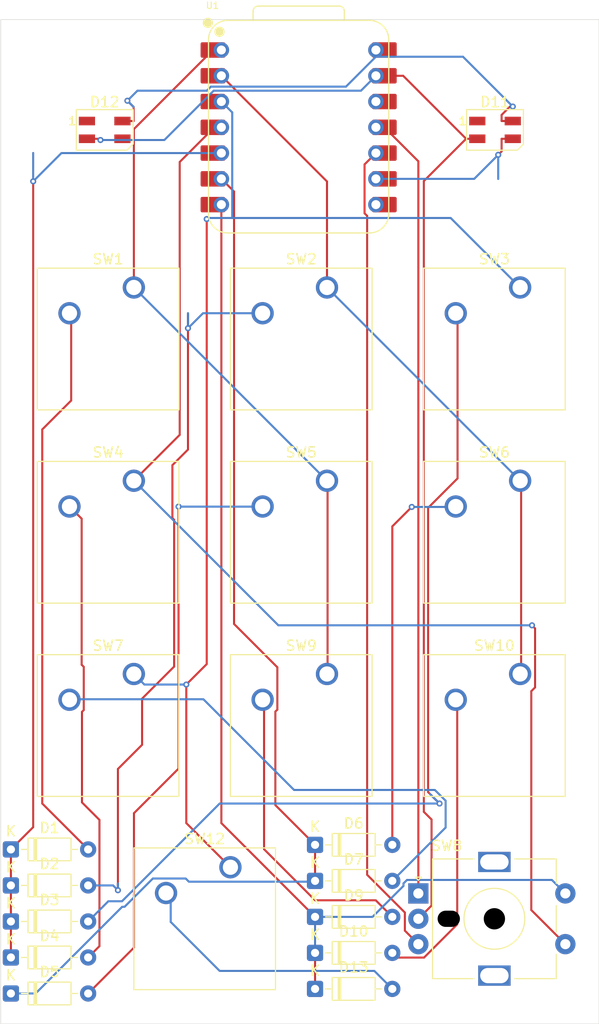
<source format=kicad_pcb>
(kicad_pcb (version 20241229) (generator "pcbnew") (generator_version "9.0")
  (layers (0 "F.Cu" signal) (2 "B.Cu" signal) (13 "F.Paste" user) (15 "B.Paste" user) (5 "F.SilkS" user "F.Silkscreen") (7 "B.SilkS" user "B.Silkscreen") (1 "F.Mask" user) (3 "B.Mask" user) (25 "Edge.Cuts" user))
  (net 0 "")
  (net 1 "COL1")
  (net 2 "Net-(D1-A)")
  (net 3 "Net-(D2-A)")
  (net 4 "Net-(D3-A)")
  (net 5 "Net-(D4-A)")
  (net 6 "COL2")
  (net 7 "Net-(D5-A)")
  (net 8 "Net-(D6-A)")
  (net 9 "Net-(D7-A)")
  (net 10 "COL3")
  (net 11 "Net-(D9-A)")
  (net 12 "Net-(D10-A)")
  (net 14 "GND")
  (net 15 "Net-(D11-DIN)")
  (net 16 "+5V")
  (net 19 "Net-(D13-A)")
  (net 20 "ROW1")
  (net 21 "ROW2")
  (net 22 "ROW3")
  (net 23 "ROW4")
  (net 24 "Net-(U1-GPIO3{slash}MOSI)")
  (net 25 "Net-(U1-GPIO4{slash}MISO)")
  (net 26 "unconnected-(U1-GPIO1{slash}RX-Pad8)")
  (net 27 "unconnected-(U1-3V3-Pad12)")
  (footprint "LED_SMD:LED_SK6812MINI_PLCC4_3.5x3.5mm_P1.75mm" (layer "F.Cu") (at 128.25 69.875)
    (property "Reference" "D12" (at 0 -2.75 0) (layer "F.SilkS"))
    (property "Value" "SK6812MINI")
    (fp_text user "1" (at -3.2 -0.875 0) (layer "F.SilkS") (effects (font (size 0.8 0.8))))
    (pad "1" smd rect (at -1.75 -0.875) (size 1.6 0.85) (layers "F.Cu" "F.Mask" "F.Paste"))
    (pad "2" smd rect (at -1.75 0.875) (size 1.6 0.85) (layers "F.Cu" "F.Mask" "F.Paste") (net 14 "GND"))
    (pad "3" smd rect (at 1.75 0.875) (size 1.6 0.85) (layers "F.Cu" "F.Mask" "F.Paste"))
    (pad "4" smd rect (at 1.75 -0.875) (size 1.6 0.85) (layers "F.Cu" "F.Mask" "F.Paste") (net 16 "+5V"))
  )
  (footprint "Diode_THT:D_DO-35_SOD27_P7.62mm_Horizontal" (layer "F.Cu") (at 149 140.35)
    (property "Reference" "D6" (at 3.81 -2.12 0) (layer "F.SilkS"))
    (property "Value" "1N4148")
    (fp_text user "K" (at 0 -1.8 0) (layer "F.SilkS"))
    (pad "1" thru_hole roundrect (at 0 0) (size 1.6 1.6) (drill 0.8) (layers "*.Cu" "*.Mask") (roundrect_rratio 0.15625) (net 6 "COL2"))
    (pad "2" thru_hole circle (at 7.62 0) (size 1.6 1.6) (drill 0.8) (layers "*.Cu" "*.Mask") (net 8 "Net-(D6-A)"))
  )
  (footprint "Diode_THT:D_DO-35_SOD27_P7.62mm_Horizontal" (layer "F.Cu") (at 149 143.9)
    (property "Reference" "D7" (at 3.81 -2.12 0) (layer "F.SilkS"))
    (property "Value" "1N4148")
    (fp_text user "K" (at 0 -1.8 0) (layer "F.SilkS"))
    (pad "1" thru_hole roundrect (at 0 0) (size 1.6 1.6) (drill 0.8) (layers "*.Cu" "*.Mask") (roundrect_rratio 0.15625) (net 6 "COL2"))
    (pad "2" thru_hole circle (at 7.62 0) (size 1.6 1.6) (drill 0.8) (layers "*.Cu" "*.Mask") (net 9 "Net-(D7-A)"))
  )
  (footprint "Button_Switch_Keyboard:SW_Cherry_MX_1.00u_PCB" (layer "F.Cu") (at 131.1275 85.4075)
    (property "Reference" "SW1" (at -2.54 -2.794 0) (layer "F.SilkS"))
    (property "Value" "SW_Push")
    (pad "" np_thru_hole circle (at -7.62 5.08) (size 1.7 1.7) (drill 1.7) (layers "*.Cu" "*.Mask"))
    (pad "" np_thru_hole circle (at -2.54 5.08) (size 4 4) (drill 4) (layers "*.Cu" "*.Mask"))
    (pad "" np_thru_hole circle (at 2.54 5.08) (size 1.7 1.7) (drill 1.7) (layers "*.Cu" "*.Mask"))
    (pad "1" thru_hole circle (at 0 0) (size 2.2 2.2) (drill 1.5) (layers "*.Cu" "*.Mask") (net 20 "ROW1"))
    (pad "2" thru_hole circle (at -6.35 2.54) (size 2.2 2.2) (drill 1.5) (layers "*.Cu" "*.Mask") (net 2 "Net-(D1-A)"))
  )
  (footprint "Diode_THT:D_DO-35_SOD27_P7.62mm_Horizontal" (layer "F.Cu") (at 119 155)
    (property "Reference" "D5" (at 3.81 -2.12 0) (layer "F.SilkS"))
    (property "Value" "1N4148")
    (fp_text user "K" (at 0 -1.8 0) (layer "F.SilkS"))
    (pad "1" thru_hole roundrect (at 0 0) (size 1.6 1.6) (drill 0.8) (layers "*.Cu" "*.Mask") (roundrect_rratio 0.15625) (net 6 "COL2"))
    (pad "2" thru_hole circle (at 7.62 0) (size 1.6 1.6) (drill 0.8) (layers "*.Cu" "*.Mask") (net 7 "Net-(D5-A)"))
  )
  (footprint "Button_Switch_Keyboard:SW_Cherry_MX_1.00u_PCB" (layer "F.Cu") (at 131.1275 123.5075)
    (property "Reference" "SW7" (at -2.54 -2.794 0) (layer "F.SilkS"))
    (property "Value" "SW_Push")
    (pad "" np_thru_hole circle (at -7.62 5.08) (size 1.7 1.7) (drill 1.7) (layers "*.Cu" "*.Mask"))
    (pad "" np_thru_hole circle (at -2.54 5.08) (size 4 4) (drill 4) (layers "*.Cu" "*.Mask"))
    (pad "" np_thru_hole circle (at 2.54 5.08) (size 1.7 1.7) (drill 1.7) (layers "*.Cu" "*.Mask"))
    (pad "1" thru_hole circle (at 0 0) (size 2.2 2.2) (drill 1.5) (layers "*.Cu" "*.Mask") (net 22 "ROW3"))
    (pad "2" thru_hole circle (at -6.35 2.54) (size 2.2 2.2) (drill 1.5) (layers "*.Cu" "*.Mask") (net 9 "Net-(D7-A)"))
  )
  (footprint "Diode_THT:D_DO-35_SOD27_P7.62mm_Horizontal" (layer "F.Cu") (at 149 154.55)
    (property "Reference" "D13" (at 3.81 -2.12 0) (layer "F.SilkS"))
    (property "Value" "1N4148")
    (fp_text user "K" (at 0 -1.8 0) (layer "F.SilkS"))
    (pad "1" thru_hole roundrect (at 0 0) (size 1.6 1.6) (drill 0.8) (layers "*.Cu" "*.Mask") (roundrect_rratio 0.15625) (net 10 "COL3"))
    (pad "2" thru_hole circle (at 7.62 0) (size 1.6 1.6) (drill 0.8) (layers "*.Cu" "*.Mask") (net 19 "Net-(D13-A)"))
  )
  (footprint "Button_Switch_Keyboard:SW_Cherry_MX_1.00u_PCB" (layer "F.Cu") (at 169.2275 85.4075)
    (property "Reference" "SW3" (at -2.54 -2.794 0) (layer "F.SilkS"))
    (property "Value" "SW_Push")
    (pad "" np_thru_hole circle (at -7.62 5.08) (size 1.7 1.7) (drill 1.7) (layers "*.Cu" "*.Mask"))
    (pad "" np_thru_hole circle (at -2.54 5.08) (size 4 4) (drill 4) (layers "*.Cu" "*.Mask"))
    (pad "" np_thru_hole circle (at 2.54 5.08) (size 1.7 1.7) (drill 1.7) (layers "*.Cu" "*.Mask"))
    (pad "1" thru_hole circle (at 0 0) (size 2.2 2.2) (drill 1.5) (layers "*.Cu" "*.Mask") (net 22 "ROW3"))
    (pad "2" thru_hole circle (at -6.35 2.54) (size 2.2 2.2) (drill 1.5) (layers "*.Cu" "*.Mask") (net 4 "Net-(D3-A)"))
  )
  (footprint "Button_Switch_Keyboard:SW_Cherry_MX_1.00u_PCB" (layer "F.Cu") (at 131.1275 104.4575)
    (property "Reference" "SW4" (at -2.54 -2.794 0) (layer "F.SilkS"))
    (property "Value" "SW_Push")
    (pad "" np_thru_hole circle (at -7.62 5.08) (size 1.7 1.7) (drill 1.7) (layers "*.Cu" "*.Mask"))
    (pad "" np_thru_hole circle (at -2.54 5.08) (size 4 4) (drill 4) (layers "*.Cu" "*.Mask"))
    (pad "" np_thru_hole circle (at 2.54 5.08) (size 1.7 1.7) (drill 1.7) (layers "*.Cu" "*.Mask"))
    (pad "1" thru_hole circle (at 0 0) (size 2.2 2.2) (drill 1.5) (layers "*.Cu" "*.Mask") (net 23 "ROW4"))
    (pad "2" thru_hole circle (at -6.35 2.54) (size 2.2 2.2) (drill 1.5) (layers "*.Cu" "*.Mask") (net 5 "Net-(D4-A)"))
  )
  (footprint "Button_Switch_Keyboard:SW_Cherry_MX_1.00u_PCB" (layer "F.Cu") (at 169.2275 104.4575)
    (property "Reference" "SW6" (at -2.54 -2.794 0) (layer "F.SilkS"))
    (property "Value" "SW_Push")
    (pad "" np_thru_hole circle (at -7.62 5.08) (size 1.7 1.7) (drill 1.7) (layers "*.Cu" "*.Mask"))
    (pad "" np_thru_hole circle (at -2.54 5.08) (size 4 4) (drill 4) (layers "*.Cu" "*.Mask"))
    (pad "" np_thru_hole circle (at 2.54 5.08) (size 1.7 1.7) (drill 1.7) (layers "*.Cu" "*.Mask"))
    (pad "1" thru_hole circle (at 0 0) (size 2.2 2.2) (drill 1.5) (layers "*.Cu" "*.Mask") (net 21 "ROW2"))
    (pad "2" thru_hole circle (at -6.35 2.54) (size 2.2 2.2) (drill 1.5) (layers "*.Cu" "*.Mask") (net 8 "Net-(D6-A)"))
  )
  (footprint "Diode_THT:D_DO-35_SOD27_P7.62mm_Horizontal" (layer "F.Cu") (at 119 147.9)
    (property "Reference" "D3" (at 3.81 -2.12 0) (layer "F.SilkS"))
    (property "Value" "1N4148")
    (fp_text user "K" (at 0 -1.8 0) (layer "F.SilkS"))
    (pad "1" thru_hole roundrect (at 0 0) (size 1.6 1.6) (drill 0.8) (layers "*.Cu" "*.Mask") (roundrect_rratio 0.15625) (net 1 "COL1"))
    (pad "2" thru_hole circle (at 7.62 0) (size 1.6 1.6) (drill 0.8) (layers "*.Cu" "*.Mask") (net 4 "Net-(D3-A)"))
  )
  (footprint "LED_SMD:LED_SK6812MINI_PLCC4_3.5x3.5mm_P1.75mm" (layer "F.Cu") (at 166.75 69.875)
    (property "Reference" "D11" (at 0 -2.75 0) (layer "F.SilkS"))
    (property "Value" "SK6812MINI")
    (fp_text user "1" (at -3.2 -0.875 0) (layer "F.SilkS") (effects (font (size 0.8 0.8))))
    (pad "1" smd rect (at -1.75 -0.875) (size 1.6 0.85) (layers "F.Cu" "F.Mask" "F.Paste"))
    (pad "2" smd rect (at -1.75 0.875) (size 1.6 0.85) (layers "F.Cu" "F.Mask" "F.Paste") (net 14 "GND"))
    (pad "3" smd rect (at 1.75 0.875) (size 1.6 0.85) (layers "F.Cu" "F.Mask" "F.Paste") (net 15 "Net-(D11-DIN)"))
    (pad "4" smd rect (at 1.75 -0.875) (size 1.6 0.85) (layers "F.Cu" "F.Mask" "F.Paste") (net 16 "+5V"))
  )
  (footprint "OPL:XIAO-RP2040-DIP" (layer "F.Cu") (at 147.38 69.62)
    (property "Reference" "U1" (at -8.5 -12 0) (layer "F.SilkS") (effects (font (size 0.635 0.635) (thickness 0.1016))))
    (property "Value" "XIAO-RP2040-DIP")
    (pad "1" smd roundrect (at -8.455 -7.62 180) (size 2.432 1.524) (layers "F.Cu" "F.Mask") (roundrect_rratio 0.1) (net 20 "ROW1"))
    (pad "1" thru_hole circle (at -7.62 -7.62 180) (size 1.524 1.524) (drill 0.889) (layers "*.Cu" "*.Mask") (net 20 "ROW1"))
    (pad "2" smd roundrect (at -8.455 -5.08 180) (size 2.432 1.524) (layers "F.Cu" "F.Mask") (roundrect_rratio 0.1) (net 21 "ROW2"))
    (pad "2" thru_hole circle (at -7.62 -5.08 180) (size 1.524 1.524) (drill 0.889) (layers "*.Cu" "*.Mask") (net 21 "ROW2"))
    (pad "3" smd roundrect (at -8.455 -2.54 180) (size 2.432 1.524) (layers "F.Cu" "F.Mask") (roundrect_rratio 0.1) (net 22 "ROW3"))
    (pad "3" thru_hole circle (at -7.62 -2.54 180) (size 1.524 1.524) (drill 0.889) (layers "*.Cu" "*.Mask") (net 22 "ROW3"))
    (pad "4" smd roundrect (at -8.455 0 180) (size 2.432 1.524) (layers "F.Cu" "F.Mask") (roundrect_rratio 0.1) (net 23 "ROW4"))
    (pad "4" thru_hole circle (at -7.62 0 180) (size 1.524 1.524) (drill 0.889) (layers "*.Cu" "*.Mask") (net 23 "ROW4"))
    (pad "5" smd roundrect (at -8.455 2.54 180) (size 2.432 1.524) (layers "F.Cu" "F.Mask") (roundrect_rratio 0.1) (net 1 "COL1"))
    (pad "5" thru_hole circle (at -7.62 2.54 180) (size 1.524 1.524) (drill 0.889) (layers "*.Cu" "*.Mask") (net 1 "COL1"))
    (pad "6" smd roundrect (at -8.455 5.08 180) (size 2.432 1.524) (layers "F.Cu" "F.Mask") (roundrect_rratio 0.1) (net 6 "COL2"))
    (pad "6" thru_hole circle (at -7.62 5.08 180) (size 1.524 1.524) (drill 0.889) (layers "*.Cu" "*.Mask") (net 6 "COL2"))
    (pad "7" smd roundrect (at -8.455 7.62 180) (size 2.432 1.524) (layers "F.Cu" "F.Mask") (roundrect_rratio 0.1) (net 10 "COL3"))
    (pad "7" thru_hole circle (at -7.62 7.62 180) (size 1.524 1.524) (drill 0.889) (layers "*.Cu" "*.Mask") (net 10 "COL3"))
    (pad "8" thru_hole circle (at 7.62 7.62) (size 1.524 1.524) (drill 0.889) (layers "*.Cu" "*.Mask") (net 26 "unconnected-(U1-GPIO1{slash}RX-Pad8)"))
    (pad "8" smd roundrect (at 8.455 7.62) (size 2.432 1.524) (layers "F.Cu" "F.Mask") (roundrect_rratio 0.1) (net 26 "unconnected-(U1-GPIO1{slash}RX-Pad8)"))
    (pad "9" thru_hole circle (at 7.62 5.08) (size 1.524 1.524) (drill 0.889) (layers "*.Cu" "*.Mask") (net 15 "Net-(D11-DIN)"))
    (pad "9" smd roundrect (at 8.455 5.08) (size 2.432 1.524) (layers "F.Cu" "F.Mask") (roundrect_rratio 0.1) (net 15 "Net-(D11-DIN)"))
    (pad "10" thru_hole circle (at 7.62 2.54) (size 1.524 1.524) (drill 0.889) (layers "*.Cu" "*.Mask") (net 25 "Net-(U1-GPIO4{slash}MISO)"))
    (pad "10" smd roundrect (at 8.455 2.54) (size 2.432 1.524) (layers "F.Cu" "F.Mask") (roundrect_rratio 0.1) (net 25 "Net-(U1-GPIO4{slash}MISO)"))
    (pad "11" thru_hole circle (at 7.62 0) (size 1.524 1.524) (drill 0.889) (layers "*.Cu" "*.Mask") (net 24 "Net-(U1-GPIO3{slash}MOSI)"))
    (pad "11" smd roundrect (at 8.455 0) (size 2.432 1.524) (layers "F.Cu" "F.Mask") (roundrect_rratio 0.1) (net 24 "Net-(U1-GPIO3{slash}MOSI)"))
    (pad "12" thru_hole circle (at 7.62 -2.54) (size 1.524 1.524) (drill 0.889) (layers "*.Cu" "*.Mask") (net 27 "unconnected-(U1-3V3-Pad12)"))
    (pad "12" smd roundrect (at 8.455 -2.54) (size 2.432 1.524) (layers "F.Cu" "F.Mask") (roundrect_rratio 0.1) (net 27 "unconnected-(U1-3V3-Pad12)"))
    (pad "13" thru_hole circle (at 7.62 -5.08) (size 1.524 1.524) (drill 0.889) (layers "*.Cu" "*.Mask") (net 14 "GND"))
    (pad "13" smd roundrect (at 8.455 -5.08) (size 2.432 1.524) (layers "F.Cu" "F.Mask") (roundrect_rratio 0.1) (net 14 "GND"))
    (pad "14" thru_hole circle (at 7.62 -7.62) (size 1.524 1.524) (drill 0.889) (layers "*.Cu" "*.Mask") (net 16 "+5V"))
    (pad "14" smd roundrect (at 8.455 -7.62) (size 2.432 1.524) (layers "F.Cu" "F.Mask") (roundrect_rratio 0.1) (net 16 "+5V"))
  )
  (footprint "Rotary_Encoder:RotaryEncoder_Alps_EC11E-Switch_Vertical_H20mm_MountingHoles" (layer "F.Cu") (at 159.1875 145.1375)
    (property "Reference" "SW8" (at 2.8 -4.7 0) (layer "F.SilkS"))
    (property "Value" "RotaryEncoder_Switch")
    (pad "" np_thru_hole oval (at 3 2.5) (size 2.2 1.6) (drill oval 2.2 1.6) (layers "*.Mask"))
    (pad "" np_thru_hole circle (at 7.5 2.5) (size 2.1 2.1) (drill 2.1) (layers "*.Mask"))
    (pad "A" thru_hole rect (at 0 0) (size 2 2) (drill 1) (layers "*.Cu" "*.Mask") (net 24 "Net-(U1-GPIO3{slash}MOSI)"))
    (pad "B" thru_hole circle (at 0 5) (size 2 2) (drill 1) (layers "*.Cu" "*.Mask") (net 25 "Net-(U1-GPIO4{slash}MISO)"))
    (pad "C" thru_hole circle (at 0 2.5) (size 2 2) (drill 1) (layers "*.Cu" "*.Mask") (net 14 "GND"))
    (pad "MP" thru_hole rect (at 7.5 -3.1) (size 3.2 2) (drill oval 2.8 1.5) (layers "*.Cu" "*.Mask"))
    (pad "MP" thru_hole rect (at 7.5 8.1) (size 3.2 2) (drill oval 2.8 1.5) (layers "*.Cu" "*.Mask"))
    (pad "S1" thru_hole circle (at 14.5 5) (size 2 2) (drill 1) (layers "*.Cu" "*.Mask") (net 23 "ROW4"))
    (pad "S2" thru_hole circle (at 14.5 0) (size 2 2) (drill 1) (layers "*.Cu" "*.Mask") (net 10 "COL3"))
  )
  (footprint "Diode_THT:D_DO-35_SOD27_P7.62mm_Horizontal" (layer "F.Cu") (at 119 140.8)
    (property "Reference" "D1" (at 3.81 -2.12 0) (layer "F.SilkS"))
    (property "Value" "1N4148")
    (fp_text user "K" (at 0 -1.8 0) (layer "F.SilkS"))
    (pad "1" thru_hole roundrect (at 0 0) (size 1.6 1.6) (drill 0.8) (layers "*.Cu" "*.Mask") (roundrect_rratio 0.15625) (net 1 "COL1"))
    (pad "2" thru_hole circle (at 7.62 0) (size 1.6 1.6) (drill 0.8) (layers "*.Cu" "*.Mask") (net 2 "Net-(D1-A)"))
  )
  (footprint "Diode_THT:D_DO-35_SOD27_P7.62mm_Horizontal" (layer "F.Cu") (at 149 151)
    (property "Reference" "D10" (at 3.81 -2.12 0) (layer "F.SilkS"))
    (property "Value" "1N4148")
    (fp_text user "K" (at 0 -1.8 0) (layer "F.SilkS"))
    (pad "1" thru_hole roundrect (at 0 0) (size 1.6 1.6) (drill 0.8) (layers "*.Cu" "*.Mask") (roundrect_rratio 0.15625) (net 10 "COL3"))
    (pad "2" thru_hole circle (at 7.62 0) (size 1.6 1.6) (drill 0.8) (layers "*.Cu" "*.Mask") (net 12 "Net-(D10-A)"))
  )
  (footprint "Diode_THT:D_DO-35_SOD27_P7.62mm_Horizontal" (layer "F.Cu") (at 149 147.45)
    (property "Reference" "D9" (at 3.81 -2.12 0) (layer "F.SilkS"))
    (property "Value" "1N4148")
    (fp_text user "K" (at 0 -1.8 0) (layer "F.SilkS"))
    (pad "1" thru_hole roundrect (at 0 0) (size 1.6 1.6) (drill 0.8) (layers "*.Cu" "*.Mask") (roundrect_rratio 0.15625) (net 10 "COL3"))
    (pad "2" thru_hole circle (at 7.62 0) (size 1.6 1.6) (drill 0.8) (layers "*.Cu" "*.Mask") (net 11 "Net-(D9-A)"))
  )
  (footprint "Button_Switch_Keyboard:SW_Cherry_MX_1.00u_PCB" (layer "F.Cu") (at 150.1775 123.5075)
    (property "Reference" "SW9" (at -2.54 -2.794 0) (layer "F.SilkS"))
    (property "Value" "SW_Push")
    (pad "" np_thru_hole circle (at -7.62 5.08) (size 1.7 1.7) (drill 1.7) (layers "*.Cu" "*.Mask"))
    (pad "" np_thru_hole circle (at -2.54 5.08) (size 4 4) (drill 4) (layers "*.Cu" "*.Mask"))
    (pad "" np_thru_hole circle (at 2.54 5.08) (size 1.7 1.7) (drill 1.7) (layers "*.Cu" "*.Mask"))
    (pad "1" thru_hole circle (at 0 0) (size 2.2 2.2) (drill 1.5) (layers "*.Cu" "*.Mask") (net 20 "ROW1"))
    (pad "2" thru_hole circle (at -6.35 2.54) (size 2.2 2.2) (drill 1.5) (layers "*.Cu" "*.Mask") (net 11 "Net-(D9-A)"))
  )
  (footprint "Button_Switch_Keyboard:SW_Cherry_MX_1.00u_PCB" (layer "F.Cu") (at 140.6525 142.5575)
    (property "Reference" "SW12" (at -2.54 -2.794 0) (layer "F.SilkS"))
    (property "Value" "SW_Push")
    (pad "" np_thru_hole circle (at -7.62 5.08) (size 1.7 1.7) (drill 1.7) (layers "*.Cu" "*.Mask"))
    (pad "" np_thru_hole circle (at -2.54 5.08) (size 4 4) (drill 4) (layers "*.Cu" "*.Mask"))
    (pad "" np_thru_hole circle (at 2.54 5.08) (size 1.7 1.7) (drill 1.7) (layers "*.Cu" "*.Mask"))
    (pad "1" thru_hole circle (at 0 0) (size 2.2 2.2) (drill 1.5) (layers "*.Cu" "*.Mask") (net 22 "ROW3"))
    (pad "2" thru_hole circle (at -6.35 2.54) (size 2.2 2.2) (drill 1.5) (layers "*.Cu" "*.Mask") (net 19 "Net-(D13-A)"))
  )
  (footprint "Button_Switch_Keyboard:SW_Cherry_MX_1.00u_PCB" (layer "F.Cu") (at 150.1775 85.4075)
    (property "Reference" "SW2" (at -2.54 -2.794 0) (layer "F.SilkS"))
    (property "Value" "SW_Push")
    (pad "" np_thru_hole circle (at -7.62 5.08) (size 1.7 1.7) (drill 1.7) (layers "*.Cu" "*.Mask"))
    (pad "" np_thru_hole circle (at -2.54 5.08) (size 4 4) (drill 4) (layers "*.Cu" "*.Mask"))
    (pad "" np_thru_hole circle (at 2.54 5.08) (size 1.7 1.7) (drill 1.7) (layers "*.Cu" "*.Mask"))
    (pad "1" thru_hole circle (at 0 0) (size 2.2 2.2) (drill 1.5) (layers "*.Cu" "*.Mask") (net 21 "ROW2"))
    (pad "2" thru_hole circle (at -6.35 2.54) (size 2.2 2.2) (drill 1.5) (layers "*.Cu" "*.Mask") (net 3 "Net-(D2-A)"))
  )
  (footprint "Button_Switch_Keyboard:SW_Cherry_MX_1.00u_PCB" (layer "F.Cu") (at 169.2275 123.5075)
    (property "Reference" "SW10" (at -2.54 -2.794 0) (layer "F.SilkS"))
    (property "Value" "SW_Push")
    (pad "" np_thru_hole circle (at -7.62 5.08) (size 1.7 1.7) (drill 1.7) (layers "*.Cu" "*.Mask"))
    (pad "" np_thru_hole circle (at -2.54 5.08) (size 4 4) (drill 4) (layers "*.Cu" "*.Mask"))
    (pad "" np_thru_hole circle (at 2.54 5.08) (size 1.7 1.7) (drill 1.7) (layers "*.Cu" "*.Mask"))
    (pad "1" thru_hole circle (at 0 0) (size 2.2 2.2) (drill 1.5) (layers "*.Cu" "*.Mask") (net 21 "ROW2"))
    (pad "2" thru_hole circle (at -6.35 2.54) (size 2.2 2.2) (drill 1.5) (layers "*.Cu" "*.Mask") (net 12 "Net-(D10-A)"))
  )
  (footprint "Diode_THT:D_DO-35_SOD27_P7.62mm_Horizontal" (layer "F.Cu") (at 119 151.45)
    (property "Reference" "D4" (at 3.81 -2.12 0) (layer "F.SilkS"))
    (property "Value" "1N4148")
    (fp_text user "K" (at 0 -1.8 0) (layer "F.SilkS"))
    (pad "1" thru_hole roundrect (at 0 0) (size 1.6 1.6) (drill 0.8) (layers "*.Cu" "*.Mask") (roundrect_rratio 0.15625) (net 1 "COL1"))
    (pad "2" thru_hole circle (at 7.62 0) (size 1.6 1.6) (drill 0.8) (layers "*.Cu" "*.Mask") (net 5 "Net-(D4-A)"))
  )
  (footprint "Diode_THT:D_DO-35_SOD27_P7.62mm_Horizontal" (layer "F.Cu") (at 119 144.35)
    (property "Reference" "D2" (at 3.81 -2.12 0) (layer "F.SilkS"))
    (property "Value" "1N4148")
    (fp_text user "K" (at 0 -1.8 0) (layer "F.SilkS"))
    (pad "1" thru_hole roundrect (at 0 0) (size 1.6 1.6) (drill 0.8) (layers "*.Cu" "*.Mask") (roundrect_rratio 0.15625) (net 1 "COL1"))
    (pad "2" thru_hole circle (at 7.62 0) (size 1.6 1.6) (drill 0.8) (layers "*.Cu" "*.Mask") (net 3 "Net-(D2-A)"))
  )
  (footprint "Button_Switch_Keyboard:SW_Cherry_MX_1.00u_PCB" (layer "F.Cu") (at 150.1775 104.4575)
    (property "Reference" "SW5" (at -2.54 -2.794 0) (layer "F.SilkS"))
    (property "Value" "SW_Push")
    (pad "" np_thru_hole circle (at -7.62 5.08) (size 1.7 1.7) (drill 1.7) (layers "*.Cu" "*.Mask"))
    (pad "" np_thru_hole circle (at -2.54 5.08) (size 4 4) (drill 4) (layers "*.Cu" "*.Mask"))
    (pad "" np_thru_hole circle (at 2.54 5.08) (size 1.7 1.7) (drill 1.7) (layers "*.Cu" "*.Mask"))
    (pad "1" thru_hole circle (at 0 0) (size 2.2 2.2) (drill 1.5) (layers "*.Cu" "*.Mask") (net 20 "ROW1"))
    (pad "2" thru_hole circle (at -6.35 2.54) (size 2.2 2.2) (drill 1.5) (layers "*.Cu" "*.Mask") (net 7 "Net-(D5-A)"))
  )
  (gr_rect (start 118 59) (end 177 158) (stroke (width 0.05)) (fill no) (layer "Edge.Cuts"))
  (segment (start 121.2001 74.9455) (end 121.2001 72.16) (width 0.2) (layer "F.Cu") (net 1))
  (segment (start 139.76 72.16) (end 138.925 72.16) (width 0.2) (layer "F.Cu") (net 1))
  (segment (start 121.2001 138.5999) (end 121.2001 74.9455) (width 0.2) (layer "F.Cu") (net 1))
  (segment (start 121.2001 72.16) (end 121.2001 74.9455) (width 0.2) (layer "F.Cu") (net 1))
  (segment (start 119 140.8) (end 119 141.9377) (width 0.2) (layer "F.Cu") (net 1))
  (segment (start 119 140.8) (end 121.2001 138.5999) (width 0.2) (layer "F.Cu") (net 1))
  (segment (start 119 142.5337) (end 119 142.575) (width 0.2) (layer "F.Cu") (net 1))
  (segment (start 119 151.45) (end 119 147.9) (width 0.2) (layer "F.Cu") (net 1))
  (segment (start 119 147.9) (end 119 144.35) (width 0.2) (layer "F.Cu") (net 1))
  (segment (start 119 142.575) (end 119 144.35) (width 0.2) (layer "F.Cu") (net 1))
  (segment (start 119 141.9377) (end 119 142.5337) (width 0.2) (layer "F.Cu") (net 1))
  (via (at 121.2001 74.9455) (size 0.6) (drill 0.3) (layers "F.Cu" "B.Cu") (net 1))
  (segment (start 123.9856 72.16) (end 139.76 72.16) (width 0.2) (layer "B.Cu") (net 1))
  (segment (start 121.2001 74.9455) (end 123.9856 72.16) (width 0.2) (layer "B.Cu") (net 1))
  (segment (start 121.2001 72.16) (end 121.2001 74.9455) (width 0.2) (layer "B.Cu") (net 1))
  (segment (start 121.2001 74.9455) (end 121.2001 72.16) (width 0.2) (layer "B.Cu") (net 1))
  (segment (start 122.0936 99.4036) (end 124.9488 96.5484) (width 0.2) (layer "F.Cu") (net 2))
  (segment (start 122.0936 136.2736) (end 122.0936 99.4036) (width 0.2) (layer "F.Cu") (net 2))
  (segment (start 124.9488 88.1188) (end 124.7775 87.9475) (width 0.2) (layer "F.Cu") (net 2))
  (segment (start 124.9488 96.5484) (end 124.9488 88.1188) (width 0.2) (layer "F.Cu") (net 2))
  (segment (start 126.62 140.8) (end 122.0936 136.2736) (width 0.2) (layer "F.Cu") (net 2))
  (segment (start 131.9407 125.9372) (end 135.1006 122.7773) (width 0.2) (layer "F.Cu") (net 3))
  (segment (start 134.9292 102.9234) (end 136.4658 101.3868) (width 0.2) (layer "F.Cu") (net 3))
  (segment (start 135.1006 108.3045) (end 134.9292 108.1331) (width 0.2) (layer "F.Cu") (net 3))
  (segment (start 129.5552 144.154) (end 129.5552 144.8233) (width 0.2) (layer "F.Cu") (net 3))
  (segment (start 136.4658 89.4256) (end 136.4658 87.9475) (width 0.2) (layer "F.Cu") (net 3))
  (segment (start 131.9407 130.4847) (end 131.9407 125.9372) (width 0.2) (layer "F.Cu") (net 3))
  (segment (start 136.4658 87.9475) (end 136.4658 89.4256) (width 0.2) (layer "F.Cu") (net 3))
  (segment (start 134.9292 108.1331) (end 134.9292 102.9234) (width 0.2) (layer "F.Cu") (net 3))
  (segment (start 136.4658 101.3868) (end 136.4658 89.4256) (width 0.2) (layer "F.Cu") (net 3))
  (segment (start 129.5552 144.8233) (end 129.5552 144.154) (width 0.2) (layer "F.Cu") (net 3))
  (segment (start 129.5552 144.8233) (end 129.5552 132.8702) (width 0.2) (layer "F.Cu") (net 3))
  (segment (start 135.1006 122.7773) (end 135.1006 108.3045) (width 0.2) (layer "F.Cu") (net 3))
  (segment (start 129.5552 132.8702) (end 131.9407 130.4847) (width 0.2) (layer "F.Cu") (net 3))
  (via (at 129.5552 144.8233) (size 0.6) (drill 0.3) (layers "F.Cu" "B.Cu") (net 3))
  (via (at 136.4658 89.4256) (size 0.6) (drill 0.3) (layers "F.Cu" "B.Cu") (net 3))
  (segment (start 129.5552 144.154) (end 129.5552 144.8233) (width 0.2) (layer "B.Cu") (net 3))
  (segment (start 129.0819 144.35) (end 129.5552 144.8233) (width 0.2) (layer "B.Cu") (net 3))
  (segment (start 136.4658 87.9475) (end 136.4658 89.4256) (width 0.2) (layer "B.Cu") (net 3))
  (segment (start 136.4658 89.4256) (end 137.9439 87.9475) (width 0.2) (layer "B.Cu") (net 3))
  (segment (start 136.4658 89.4256) (end 136.4658 87.9475) (width 0.2) (layer "B.Cu") (net 3))
  (segment (start 137.9439 87.9475) (end 143.8275 87.9475) (width 0.2) (layer "B.Cu") (net 3))
  (segment (start 129.5552 144.8233) (end 129.5552 144.154) (width 0.2) (layer "B.Cu") (net 3))
  (segment (start 126.62 144.35) (end 129.0819 144.35) (width 0.2) (layer "B.Cu") (net 3))
  (segment (start 161.2747 136.2764) (end 160.3616 135.3633) (width 0.2) (layer "F.Cu") (net 4))
  (segment (start 161.2747 136.2764) (end 160.1509 135.1526) (width 0.2) (layer "F.Cu") (net 4))
  (segment (start 163.0533 104.2287) (end 163.0533 88.1233) (width 0.2) (layer "F.Cu") (net 4))
  (segment (start 160.1509 135.1526) (end 160.1509 107.1311) (width 0.2) (layer "F.Cu") (net 4))
  (segment (start 160.3616 135.3633) (end 161.2747 136.2764) (width 0.2) (layer "F.Cu") (net 4))
  (segment (start 163.0533 88.1233) (end 162.8775 87.9475) (width 0.2) (layer "F.Cu") (net 4))
  (segment (start 160.1509 107.1311) (end 163.0533 104.2287) (width 0.2) (layer "F.Cu") (net 4))
  (via (at 161.2747 136.2764) (size 0.6) (drill 0.3) (layers "F.Cu" "B.Cu") (net 4))
  (segment (start 161.2747 136.2764) (end 139.5895 136.2764) (width 0.2) (layer "B.Cu") (net 4))
  (segment (start 139.5895 136.2764) (end 129.954 145.9119) (width 0.2) (layer "B.Cu") (net 4))
  (segment (start 129.954 145.9119) (end 128.6081 145.9119) (width 0.2) (layer "B.Cu") (net 4))
  (segment (start 161.2747 136.2764) (end 160.3616 135.3633) (width 0.2) (layer "B.Cu") (net 4))
  (segment (start 128.6081 145.9119) (end 126.62 147.9) (width 0.2) (layer "B.Cu") (net 4))
  (segment (start 160.3616 135.3633) (end 161.2747 136.2764) (width 0.2) (layer "B.Cu") (net 4))
  (segment (start 126.0103 127.2393) (end 126.0103 136.1635) (width 0.2) (layer "F.Cu") (net 5))
  (segment (start 127.734 150.336) (end 126.62 151.45) (width 0.2) (layer "F.Cu") (net 5))
  (segment (start 126.1841 122.8011) (end 126.1841 127.0655) (width 0.2) (layer "F.Cu") (net 5))
  (segment (start 125.9775 108.1975) (end 125.9775 122.5945) (width 0.2) (layer "F.Cu") (net 5))
  (segment (start 124.7775 106.9975) (end 125.9775 108.1975) (width 0.2) (layer "F.Cu") (net 5))
  (segment (start 125.9775 122.5945) (end 126.1841 122.8011) (width 0.2) (layer "F.Cu") (net 5))
  (segment (start 126.1841 127.0655) (end 126.0103 127.2393) (width 0.2) (layer "F.Cu") (net 5))
  (segment (start 127.734 137.8872) (end 127.734 150.336) (width 0.2) (layer "F.Cu") (net 5))
  (segment (start 126.0103 136.1635) (end 127.734 137.8872) (width 0.2) (layer "F.Cu") (net 5))
  (segment (start 149 143.9) (end 149 140.35) (width 0.2) (layer "F.Cu") (net 6))
  (segment (start 145.085 127.2146) (end 145.2817 127.0179) (width 0.2) (layer "F.Cu") (net 6))
  (segment (start 141.0103 75.9503) (end 139.76 74.7) (width 0.2) (layer "F.Cu") (net 6))
  (segment (start 145.2817 122.8487) (end 141.0103 118.5773) (width 0.2) (layer "F.Cu") (net 6))
  (segment (start 141.0103 118.5773) (end 141.0103 75.9503) (width 0.2) (layer "F.Cu") (net 6))
  (segment (start 149 140.35) (end 145.085 136.435) (width 0.2) (layer "F.Cu") (net 6))
  (segment (start 145.2817 127.0179) (end 145.2817 122.8487) (width 0.2) (layer "F.Cu") (net 6))
  (segment (start 145.085 136.435) (end 145.085 127.2146) (width 0.2) (layer "F.Cu") (net 6))
  (segment (start 138.925 74.7) (end 139.76 74.7) (width 0.2) (layer "F.Cu") (net 6))
  (segment (start 136.2387 143.6682) (end 136.5497 143.9792) (width 0.2) (layer "B.Cu") (net 6))
  (segment (start 119 155) (end 121.4318 155) (width 0.2) (layer "B.Cu") (net 6))
  (segment (start 132.999 143.6682) (end 136.2387 143.6682) (width 0.2) (layer "B.Cu") (net 6))
  (segment (start 136.5497 143.9792) (end 148.9208 143.9792) (width 0.2) (layer "B.Cu") (net 6))
  (segment (start 130.212 146.4552) (end 132.999 143.6682) (width 0.2) (layer "B.Cu") (net 6))
  (segment (start 121.4318 155) (end 129.9766 146.4552) (width 0.2) (layer "B.Cu") (net 6))
  (segment (start 129.9766 146.4552) (end 130.212 146.4552) (width 0.2) (layer "B.Cu") (net 6))
  (segment (start 148.9208 143.9792) (end 149 143.9) (width 0.2) (layer "B.Cu") (net 6))
  (segment (start 131.1377 150.4823) (end 131.1377 137.2294) (width 0.2) (layer "F.Cu") (net 7))
  (segment (start 131.1377 137.2294) (end 135.5336 132.8335) (width 0.2) (layer "F.Cu") (net 7))
  (segment (start 126.62 155) (end 131.1377 150.4823) (width 0.2) (layer "F.Cu") (net 7))
  (segment (start 135.5336 132.8335) (end 135.5336 107.0094) (width 0.2) (layer "F.Cu") (net 7))
  (via (at 135.5336 107.0094) (size 0.6) (drill 0.3) (layers "F.Cu" "B.Cu") (net 7))
  (segment (start 135.5336 107.0094) (end 143.8156 107.0094) (width 0.2) (layer "B.Cu") (net 7))
  (segment (start 143.8156 107.0094) (end 143.8275 106.9975) (width 0.2) (layer "B.Cu") (net 7))
  (segment (start 156.62 140.35) (end 156.62 108.9585) (width 0.2) (layer "F.Cu") (net 8))
  (segment (start 156.62 108.9585) (end 158.5629 107.0156) (width 0.2) (layer "F.Cu") (net 8))
  (segment (start 158.5629 107.0156) (end 158.5383 107.0402) (width 0.2) (layer "F.Cu") (net 8))
  (via (at 158.5383 107.0402) (size 0.6) (drill 0.3) (layers "F.Cu" "B.Cu") (net 8))
  (segment (start 158.5367 107.0402) (end 158.5383 107.0402) (width 0.2) (layer "B.Cu") (net 8))
  (segment (start 162.8348 107.0402) (end 162.8775 106.9975) (width 0.2) (layer "B.Cu") (net 8))
  (segment (start 158.5367 107.0402) (end 162.8348 107.0402) (width 0.2) (layer "B.Cu") (net 8))
  (segment (start 158.5383 107.0402) (end 158.5629 107.0156) (width 0.2) (layer "B.Cu") (net 8))
  (segment (start 158.5629 107.0156) (end 158.5383 107.0402) (width 0.2) (layer "B.Cu") (net 8))
  (segment (start 161.8766 138.6434) (end 156.62 143.9) (width 0.2) (layer "B.Cu") (net 9))
  (segment (start 146.9267 134.939) (end 160.817 134.939) (width 0.2) (layer "B.Cu") (net 9))
  (segment (start 160.817 134.939) (end 161.8766 135.9986) (width 0.2) (layer "B.Cu") (net 9))
  (segment (start 161.8766 135.9986) (end 161.8766 138.6434) (width 0.2) (layer "B.Cu") (net 9))
  (segment (start 124.826 125.999) (end 137.9867 125.999) (width 0.2) (layer "B.Cu") (net 9))
  (segment (start 124.7775 126.0475) (end 124.826 125.999) (width 0.2) (layer "B.Cu") (net 9))
  (segment (start 137.9867 125.999) (end 146.9267 134.939) (width 0.2) (layer "B.Cu") (net 9))
  (segment (start 149 154.55) (end 149 151) (width 0.2) (layer "F.Cu") (net 10))
  (segment (start 139.76 77.24) (end 139.3425 77.24) (width 0.2) (layer "F.Cu") (net 10))
  (segment (start 139.3425 77.24) (end 138.925 77.24) (width 0.2) (layer "F.Cu") (net 10))
  (segment (start 139.76 138.21) (end 139.76 77.24) (width 0.2) (layer "F.Cu") (net 10))
  (segment (start 149 147.45) (end 139.76 138.21) (width 0.2) (layer "F.Cu") (net 10))
  (segment (start 173.6875 145.1375) (end 172.3589 143.8089) (width 0.2) (layer "B.Cu") (net 10))
  (segment (start 149 151) (end 149 147.45) (width 0.2) (layer "B.Cu") (net 10))
  (segment (start 157.7217 144.1537) (end 157.7217 144.3945) (width 0.2) (layer "B.Cu") (net 10))
  (segment (start 158.0665 143.8089) (end 157.7217 144.1537) (width 0.2) (layer "B.Cu") (net 10))
  (segment (start 172.3589 143.8089) (end 158.0665 143.8089) (width 0.2) (layer "B.Cu") (net 10))
  (segment (start 154.6662 147.45) (end 149 147.45) (width 0.2) (layer "B.Cu") (net 10))
  (segment (start 157.7217 144.3945) (end 154.6662 147.45) (width 0.2) (layer "B.Cu") (net 10))
  (segment (start 154.9865 145.8165) (end 149.0068 145.8165) (width 0.2) (layer "F.Cu") (net 11))
  (segment (start 143.9698 140.7795) (end 143.9698 126.1898) (width 0.2) (layer "F.Cu") (net 11))
  (segment (start 156.62 147.45) (end 154.9865 145.8165) (width 0.2) (layer "F.Cu") (net 11))
  (segment (start 143.9698 126.1898) (end 143.8275 126.0475) (width 0.2) (layer "F.Cu") (net 11))
  (segment (start 149.0068 145.8165) (end 143.9698 140.7795) (width 0.2) (layer "F.Cu") (net 11))
  (segment (start 159.7501 151.4612) (end 157.0812 151.4612) (width 0.2) (layer "F.Cu") (net 12))
  (segment (start 163.0245 126.1945) (end 163.0245 148.1868) (width 0.2) (layer "F.Cu") (net 12))
  (segment (start 162.8775 126.0475) (end 163.0245 126.1945) (width 0.2) (layer "F.Cu") (net 12))
  (segment (start 163.0245 148.1868) (end 159.7501 151.4612) (width 0.2) (layer "F.Cu") (net 12))
  (segment (start 157.0812 151.4612) (end 156.62 151) (width 0.2) (layer "F.Cu") (net 12))
  (segment (start 160.4892 137.8544) (end 159.7263 137.0915) (width 0.2) (layer "F.Cu") (net 14))
  (segment (start 163.8983 70.75) (end 157.6883 64.54) (width 0.2) (layer "F.Cu") (net 14))
  (segment (start 155 64.54) (end 155.835 64.54) (width 0.2) (layer "F.Cu") (net 14))
  (segment (start 159.7263 137.0915) (end 159.7263 74.922) (width 0.2) (layer "F.Cu") (net 14))
  (segment (start 126.5 70.75) (end 127.6017 70.75) (width 0.2) (layer "F.Cu") (net 14))
  (segment (start 165 70.75) (end 163.8983 70.75) (width 0.2) (layer "F.Cu") (net 14))
  (segment (start 127.7237 70.872) (end 127.6017 70.75) (width 0.2) (layer "F.Cu") (net 14))
  (segment (start 157.6883 64.54) (end 155.835 64.54) (width 0.2) (layer "F.Cu") (net 14))
  (segment (start 127.8334 70.872) (end 127.7237 70.872) (width 0.2) (layer "F.Cu") (net 14))
  (segment (start 159.1875 147.6375) (end 160.4892 146.3358) (width 0.2) (layer "F.Cu") (net 14))
  (segment (start 159.7263 74.922) (end 163.8983 70.75) (width 0.2) (layer "F.Cu") (net 14))
  (segment (start 160.4892 146.3358) (end 160.4892 137.8544) (width 0.2) (layer "F.Cu") (net 14))
  (via (at 127.8334 70.872) (size 0.6) (drill 0.3) (layers "F.Cu" "B.Cu") (net 14))
  (segment (start 153.53 66.01) (end 138.9986 66.01) (width 0.2) (layer "B.Cu") (net 14))
  (segment (start 155 64.54) (end 153.53 66.01) (width 0.2) (layer "B.Cu") (net 14))
  (segment (start 138.9986 66.01) (end 134.1366 70.872) (width 0.2) (layer "B.Cu") (net 14))
  (segment (start 134.1366 70.872) (end 127.8334 70.872) (width 0.2) (layer "B.Cu") (net 14))
  (segment (start 168.5 70.75) (end 167.3983 70.75) (width 0.2) (layer "F.Cu") (net 15))
  (segment (start 167.0673 74.7) (end 167.0673 72.3308) (width 0.2) (layer "F.Cu") (net 15))
  (segment (start 167.3983 70.75) (end 167.3983 71.9998) (width 0.2) (layer "F.Cu") (net 15))
  (segment (start 167.3983 71.9998) (end 167.0673 72.3308) (width 0.2) (layer "F.Cu") (net 15))
  (segment (start 167.0673 72.3308) (end 167.0673 74.7) (width 0.2) (layer "F.Cu") (net 15))
  (segment (start 155 74.7) (end 155.835 74.7) (width 0.2) (layer "F.Cu") (net 15))
  (via (at 167.0673 72.3308) (size 0.6) (drill 0.3) (layers "F.Cu" "B.Cu") (net 15))
  (segment (start 167.0673 72.3308) (end 167.0673 74.7) (width 0.2) (layer "B.Cu") (net 15))
  (segment (start 167.0673 72.3308) (end 164.6981 74.7) (width 0.2) (layer "B.Cu") (net 15))
  (segment (start 167.0673 74.7) (end 167.0673 72.3308) (width 0.2) (layer "B.Cu") (net 15))
  (segment (start 164.6981 74.7) (end 155 74.7) (width 0.2) (layer "B.Cu") (net 15))
  (segment (start 130 69) (end 131.1017 69) (width 0.2) (layer "F.Cu") (net 16))
  (segment (start 167.3983 68.4003) (end 168.2245 67.5741) (width 0.2) (layer "F.Cu") (net 16))
  (segment (start 130.4902 66.9983) (end 131.1017 67.6098) (width 0.2) (layer "F.Cu") (net 16))
  (segment (start 155 62) (end 155.835 62) (width 0.2) (layer "F.Cu") (net 16))
  (segment (start 130.4902 66.9983) (end 131.1017 67.6098) (width 0.2) (layer "F.Cu") (net 16))
  (segment (start 131.1017 67.6098) (end 131.1017 69) (width 0.2) (layer "F.Cu") (net 16))
  (segment (start 168.5 69) (end 167.3983 69) (width 0.2) (layer "F.Cu") (net 16))
  (segment (start 168.2245 67.5741) (end 168.5 67.5741) (width 0.2) (layer "F.Cu") (net 16))
  (segment (start 167.3983 69) (end 167.3983 68.4003) (width 0.2) (layer "F.Cu") (net 16))
  (segment (start 131.1017 67.6098) (end 130.4902 66.9983) (width 0.2) (layer "F.Cu") (net 16))
  (via (at 168.5 67.5741) (size 0.6) (drill 0.3) (layers "F.Cu" "B.Cu") (net 16))
  (via (at 130.4902 66.9983) (size 0.6) (drill 0.3) (layers "F.Cu" "B.Cu") (net 16))
  (segment (start 138.3298 66.01) (end 131.4785 66.01) (width 0.2) (layer "B.Cu") (net 16))
  (segment (start 131.4785 66.01) (end 130.4902 66.9983) (width 0.2) (layer "B.Cu") (net 16))
  (segment (start 138.4961 65.8437) (end 138.3298 66.01) (width 0.2) (layer "B.Cu") (net 16))
  (segment (start 152.0522 65.6083) (end 138.7315 65.6083) (width 0.2) (layer "B.Cu") (net 16))
  (segment (start 163.5864 62.6605) (end 155 62.6605) (width 0.2) (layer "B.Cu") (net 16))
  (segment (start 168.5 67.5741) (end 163.5864 62.6605) (width 0.2) (layer "B.Cu") (net 16))
  (segment (start 155 62.6605) (end 152.0522 65.6083) (width 0.2) (layer "B.Cu") (net 16))
  (segment (start 130.4902 66.9983) (end 131.1017 67.6098) (width 0.2) (layer "B.Cu") (net 16))
  (segment (start 131.1017 67.6098) (end 130.4902 66.9983) (width 0.2) (layer "B.Cu") (net 16))
  (segment (start 138.7315 65.6083) (end 138.4961 65.8437) (width 0.2) (layer "B.Cu") (net 16))
  (segment (start 155 62.6605) (end 155 62) (width 0.2) (layer "B.Cu") (net 16))
  (segment (start 138.4961 65.8437) (end 138.3298 66.01) (width 0.2) (layer "B.Cu") (net 16))
  (segment (start 134.7594 145.5544) (end 134.7594 147.9434) (width 0.2) (layer "B.Cu") (net 19))
  (segment (start 154.845 152.775) (end 156.62 154.55) (width 0.2) (layer "B.Cu") (net 19))
  (segment (start 139.591 152.775) (end 154.845 152.775) (width 0.2) (layer "B.Cu") (net 19))
  (segment (start 134.3025 145.0975) (end 134.7594 145.5544) (width 0.2) (layer "B.Cu") (net 19))
  (segment (start 134.7594 147.9434) (end 139.591 152.775) (width 0.2) (layer "B.Cu") (net 19))
  (segment (start 138.925 62) (end 139.76 62) (width 0.2) (layer "F.Cu") (net 20))
  (segment (start 131.1275 69.7975) (end 138.925 62) (width 0.2) (layer "F.Cu") (net 20))
  (segment (start 150.2329 104.5129) (end 150.1775 104.4575) (width 0.2) (layer "F.Cu") (net 20))
  (segment (start 131.1275 85.4075) (end 131.1275 69.7975) (width 0.2) (layer "F.Cu") (net 20))
  (segment (start 150.1775 123.5075) (end 150.2329 123.4521) (width 0.2) (layer "F.Cu") (net 20))
  (segment (start 150.2329 123.4521) (end 150.2329 104.5129) (width 0.2) (layer "F.Cu") (net 20))
  (segment (start 150.1775 104.4575) (end 131.1275 85.4075) (width 0.2) (layer "B.Cu") (net 20))
  (segment (start 169.2275 123.5075) (end 169.3273 123.4077) (width 0.2) (layer "F.Cu") (net 21))
  (segment (start 169.3273 123.4077) (end 169.3273 104.5573) (width 0.2) (layer "F.Cu") (net 21))
  (segment (start 139.76 64.54) (end 139.3838 64.54) (width 0.2) (layer "F.Cu") (net 21))
  (segment (start 169.3273 104.5573) (end 169.2275 104.4575) (width 0.2) (layer "F.Cu") (net 21))
  (segment (start 139.3838 64.54) (end 139.3425 64.54) (width 0.2) (layer "F.Cu") (net 21))
  (segment (start 150.1775 74.9575) (end 150.1775 85.4075) (width 0.2) (layer "F.Cu") (net 21))
  (segment (start 139.3425 64.54) (end 138.925 64.54) (width 0.2) (layer "F.Cu") (net 21))
  (segment (start 139.76 64.54) (end 150.1775 74.9575) (width 0.2) (layer "F.Cu") (net 21))
  (segment (start 150.1775 85.4075) (end 169.2275 104.4575) (width 0.2) (layer "B.Cu") (net 21))
  (segment (start 138.3135 78.5574) (end 138.3135 78.6623) (width 0.2) (layer "F.Cu") (net 22))
  (segment (start 139.76 67.08) (end 138.925 67.08) (width 0.2) (layer "F.Cu") (net 22))
  (segment (start 138.3135 78.6623) (end 138.3135 78.5574) (width 0.2) (layer "F.Cu") (net 22))
  (segment (start 136.3003 138.2053) (end 136.3003 124.5464) (width 0.2) (layer "F.Cu") (net 22))
  (segment (start 140.6525 142.5575) (end 136.3003 138.2053) (width 0.2) (layer "F.Cu") (net 22))
  (segment (start 138.3135 78.6623) (end 138.3135 122.5332) (width 0.2) (layer "F.Cu") (net 22))
  (segment (start 138.3135 122.5332) (end 136.3003 124.5464) (width 0.2) (layer "F.Cu") (net 22))
  (via (at 138.3135 78.6623) (size 0.6) (drill 0.3) (layers "F.Cu" "B.Cu") (net 22))
  (via (at 136.3003 124.5464) (size 0.6) (drill 0.3) (layers "F.Cu" "B.Cu") (net 22))
  (segment (start 138.3135 78.6623) (end 138.3135 78.5574) (width 0.2) (layer "B.Cu") (net 22))
  (segment (start 162.3774 78.5574) (end 140.8321 78.5574) (width 0.2) (layer "B.Cu") (net 22))
  (segment (start 136.3003 124.5464) (end 132.1664 124.5464) (width 0.2) (layer "B.Cu") (net 22))
  (segment (start 140.8321 78.5574) (end 140.8321 68.1521) (width 0.2) (layer "B.Cu") (net 22))
  (segment (start 140.8321 78.5574) (end 138.4184 78.5574) (width 0.2) (layer "B.Cu") (net 22))
  (segment (start 140.8321 68.1521) (end 139.76 67.08) (width 0.2) (layer "B.Cu") (net 22))
  (segment (start 138.3135 78.5574) (end 138.3135 78.6623) (width 0.2) (layer "B.Cu") (net 22))
  (segment (start 138.4184 78.5574) (end 138.3135 78.6623) (width 0.2) (layer "B.Cu") (net 22))
  (segment (start 132.1664 124.5464) (end 131.1275 123.5075) (width 0.2) (layer "B.Cu") (net 22))
  (segment (start 169.2275 85.4075) (end 162.3774 78.5574) (width 0.2) (layer "B.Cu") (net 22))
  (segment (start 173.6875 150.1375) (end 170.329 146.779) (width 0.2) (layer "F.Cu") (net 23))
  (segment (start 170.702 119.0157) (end 170.3973 118.711) (width 0.2) (layer "F.Cu") (net 23))
  (segment (start 139.3425 69.62) (end 138.925 69.62) (width 0.2) (layer "F.Cu") (net 23))
  (segment (start 170.329 125.2029) (end 170.702 124.8299) (width 0.2) (layer "F.Cu") (net 23))
  (segment (start 139.0686 69.62) (end 135.6479 73.0407) (width 0.2) (layer "F.Cu") (net 23))
  (segment (start 170.329 146.779) (end 170.329 125.2029) (width 0.2) (layer "F.Cu") (net 23))
  (segment (start 139.76 69.62) (end 139.3425 69.62) (width 0.2) (layer "F.Cu") (net 23))
  (segment (start 139.3425 69.62) (end 139.0686 69.62) (width 0.2) (layer "F.Cu") (net 23))
  (segment (start 170.702 124.8299) (end 170.702 119.0157) (width 0.2) (layer "F.Cu") (net 23))
  (segment (start 135.6479 73.0407) (end 135.6479 99.9371) (width 0.2) (layer "F.Cu") (net 23))
  (segment (start 135.6479 99.9371) (end 131.1275 104.4575) (width 0.2) (layer "F.Cu") (net 23))
  (via (at 170.3973 118.711) (size 0.6) (drill 0.3) (layers "F.Cu" "B.Cu") (net 23))
  (segment (start 170.3973 118.711) (end 145.381 118.711) (width 0.2) (layer "B.Cu") (net 23))
  (segment (start 145.381 118.711) (end 131.1275 104.4575) (width 0.2) (layer "B.Cu") (net 23))
  (segment (start 159.1875 72.9725) (end 159.1875 145.1375) (width 0.2) (layer "F.Cu") (net 24))
  (segment (start 155 69.62) (end 155.835 69.62) (width 0.2) (layer "F.Cu") (net 24))
  (segment (start 155.835 69.62) (end 159.1875 72.9725) (width 0.2) (layer "F.Cu") (net 24))
  (segment (start 157.8561 147.0206) (end 154.138 143.3025) (width 0.2) (layer "F.Cu") (net 25))
  (segment (start 157.8561 148.8061) (end 157.8561 147.0206) (width 0.2) (layer "F.Cu") (net 25))
  (segment (start 153.8819 73.2781) (end 155 72.16) (width 0.2) (layer "F.Cu") (net 25))
  (segment (start 159.1875 150.1375) (end 157.8561 148.8061) (width 0.2) (layer "F.Cu") (net 25))
  (segment (start 155 72.16) (end 155.835 72.16) (width 0.2) (layer "F.Cu") (net 25))
  (segment (start 154.138 78.3521) (end 153.8819 78.096) (width 0.2) (layer "F.Cu") (net 25))
  (segment (start 153.8819 78.096) (end 153.8819 73.2781) (width 0.2) (layer "F.Cu") (net 25))
  (segment (start 154.138 143.3025) (end 154.138 78.3521) (width 0.2) (layer "F.Cu") (net 25))
  (segment (start 155.835 77.24) (end 155 77.24) (width 0.2) (layer "F.Cu") (net 26))
  (segment (start 155 67.08) (end 155.835 67.08) (width 0.2) (layer "F.Cu") (net 27))
)
</source>
